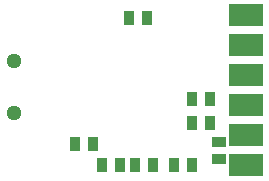
<source format=gbs>
G04 #@! TF.FileFunction,Soldermask,Bot*
%FSLAX46Y46*%
G04 Gerber Fmt 4.6, Leading zero omitted, Abs format (unit mm)*
G04 Created by KiCad (PCBNEW 4.0.0-rc1-stable) date 12/2/2015 8:57:58 PM*
%MOMM*%
G01*
G04 APERTURE LIST*
%ADD10C,0.100000*%
%ADD11R,0.900000X1.300000*%
%ADD12C,1.299160*%
%ADD13R,1.300000X0.900000*%
%ADD14R,2.940000X1.924000*%
G04 APERTURE END LIST*
D10*
D11*
X147078000Y-116840000D03*
X148578000Y-116840000D03*
D12*
X132021580Y-111592360D03*
X132021580Y-115991640D03*
D11*
X140958000Y-120396000D03*
X139458000Y-120396000D03*
X138672000Y-118618000D03*
X137172000Y-118618000D03*
X143752000Y-120396000D03*
X142252000Y-120396000D03*
D13*
X149352000Y-119888000D03*
X149352000Y-118388000D03*
D11*
X143244000Y-107950000D03*
X141744000Y-107950000D03*
X148578000Y-114808000D03*
X147078000Y-114808000D03*
X145566000Y-120396000D03*
X147066000Y-120396000D03*
D14*
X151638000Y-107696000D03*
X151638000Y-110236000D03*
X151638000Y-112776000D03*
X151638000Y-115316000D03*
X151638000Y-117856000D03*
X151638000Y-120396000D03*
M02*

</source>
